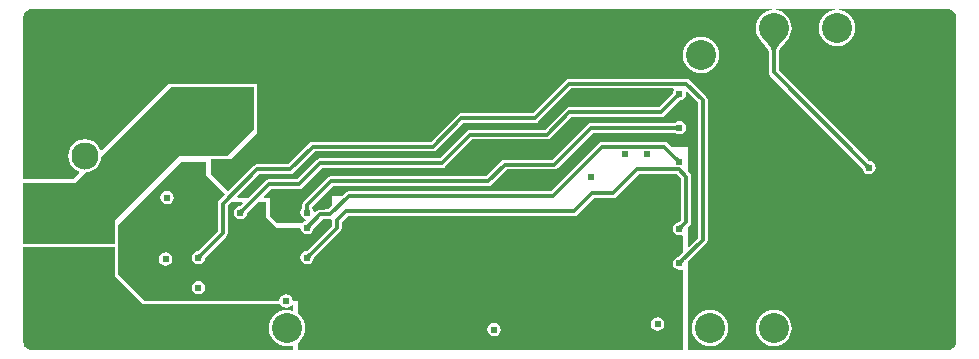
<source format=gbl>
G04*
G04 #@! TF.GenerationSoftware,Altium Limited,Altium Designer,20.0.14 (345)*
G04*
G04 Layer_Physical_Order=4*
G04 Layer_Color=16711680*
%FSAX25Y25*%
%MOIN*%
G70*
G01*
G75*
%ADD44C,0.01200*%
%ADD48C,0.10000*%
%ADD49C,0.09055*%
%ADD50C,0.02400*%
%ADD51C,0.05000*%
G36*
X0310864Y0115847D02*
X0311403Y0115624D01*
X0311887Y0115300D01*
X0312300Y0114887D01*
X0312624Y0114402D01*
X0312847Y0113864D01*
X0312961Y0113292D01*
Y0113000D01*
Y0005000D01*
Y0004708D01*
X0312847Y0004136D01*
X0312624Y0003598D01*
X0312300Y0003112D01*
X0311887Y0002700D01*
X0311403Y0002376D01*
X0310864Y0002153D01*
X0310292Y0002039D01*
X0223500D01*
Y0031592D01*
X0229654Y0037746D01*
X0230007Y0038275D01*
X0230131Y0038899D01*
Y0085500D01*
X0230007Y0086124D01*
X0229654Y0086654D01*
X0224153Y0092154D01*
X0223624Y0092507D01*
X0223000Y0092631D01*
X0184000D01*
X0183376Y0092507D01*
X0182846Y0092154D01*
X0171824Y0081131D01*
X0148000D01*
X0147376Y0081007D01*
X0146846Y0080654D01*
X0137824Y0071631D01*
X0098500D01*
X0097876Y0071507D01*
X0097347Y0071153D01*
X0090324Y0064131D01*
X0080000D01*
X0079376Y0064007D01*
X0078847Y0063653D01*
X0070312Y0055119D01*
X0064500Y0060931D01*
Y0066000D01*
X0071500D01*
X0080000Y0074500D01*
Y0091000D01*
X0050500D01*
X0028190Y0068690D01*
X0027700Y0068788D01*
X0027328Y0069685D01*
X0026442Y0070840D01*
X0025288Y0071726D01*
X0023943Y0072283D01*
X0022500Y0072473D01*
X0021057Y0072283D01*
X0019712Y0071726D01*
X0018558Y0070840D01*
X0017672Y0069685D01*
X0017115Y0068341D01*
X0016925Y0066898D01*
X0017115Y0065455D01*
X0017672Y0064110D01*
X0018558Y0062955D01*
X0019712Y0062069D01*
X0020610Y0061698D01*
X0020707Y0061207D01*
X0018750Y0059250D01*
X0002039D01*
Y0113000D01*
Y0113292D01*
X0002153Y0113864D01*
X0002376Y0114402D01*
X0002700Y0114887D01*
X0003113Y0115300D01*
X0003598Y0115624D01*
X0004136Y0115847D01*
X0004708Y0115961D01*
X0251450D01*
X0251475Y0115461D01*
X0250991Y0115413D01*
X0249859Y0115070D01*
X0248817Y0114513D01*
X0247903Y0113763D01*
X0247154Y0112849D01*
X0246597Y0111807D01*
X0246253Y0110676D01*
X0246138Y0109500D01*
X0246253Y0108324D01*
X0246597Y0107193D01*
X0247154Y0106150D01*
X0247903Y0105237D01*
X0247978Y0105175D01*
X0248476Y0104674D01*
X0249365Y0103683D01*
X0249705Y0103252D01*
X0249989Y0102849D01*
X0250212Y0102486D01*
X0250373Y0102167D01*
X0250477Y0101900D01*
X0250529Y0101689D01*
X0250535Y0101621D01*
Y0094696D01*
X0250659Y0094071D01*
X0251013Y0093542D01*
X0281617Y0062938D01*
X0281623Y0062931D01*
X0281637Y0062912D01*
X0281790Y0062142D01*
X0282276Y0061414D01*
X0283004Y0060928D01*
X0283862Y0060757D01*
X0284721Y0060928D01*
X0285448Y0061414D01*
X0285934Y0062142D01*
X0286105Y0063000D01*
X0285934Y0063858D01*
X0285448Y0064586D01*
X0284721Y0065072D01*
X0283951Y0065225D01*
X0283942Y0065232D01*
X0283913Y0065256D01*
X0253798Y0095371D01*
Y0101621D01*
X0253804Y0101689D01*
X0253856Y0101900D01*
X0253960Y0102167D01*
X0254122Y0102486D01*
X0254344Y0102849D01*
X0254615Y0103234D01*
X0255864Y0104681D01*
X0256355Y0105175D01*
X0256430Y0105237D01*
X0257180Y0106150D01*
X0257737Y0107193D01*
X0258080Y0108324D01*
X0258196Y0109500D01*
X0258080Y0110676D01*
X0257737Y0111807D01*
X0257180Y0112849D01*
X0256430Y0113763D01*
X0255516Y0114513D01*
X0254474Y0115070D01*
X0253343Y0115413D01*
X0252859Y0115461D01*
X0252883Y0115961D01*
X0272617D01*
X0272641Y0115461D01*
X0272157Y0115413D01*
X0271026Y0115070D01*
X0269984Y0114513D01*
X0269070Y0113763D01*
X0268320Y0112849D01*
X0267763Y0111807D01*
X0267420Y0110676D01*
X0267304Y0109500D01*
X0267420Y0108324D01*
X0267763Y0107193D01*
X0268320Y0106150D01*
X0269070Y0105237D01*
X0269984Y0104487D01*
X0271026Y0103930D01*
X0272157Y0103587D01*
X0273333Y0103471D01*
X0274510Y0103587D01*
X0275641Y0103930D01*
X0276683Y0104487D01*
X0277596Y0105237D01*
X0278346Y0106150D01*
X0278903Y0107193D01*
X0279246Y0108324D01*
X0279362Y0109500D01*
X0279246Y0110676D01*
X0278903Y0111807D01*
X0278346Y0112849D01*
X0277596Y0113763D01*
X0276683Y0114513D01*
X0275641Y0115070D01*
X0274510Y0115413D01*
X0274025Y0115461D01*
X0274050Y0115961D01*
X0310292D01*
X0310864Y0115847D01*
D02*
G37*
G36*
X0255116Y0105374D02*
X0253811Y0103862D01*
X0253492Y0103410D01*
X0253231Y0102983D01*
X0253028Y0102583D01*
X0252883Y0102208D01*
X0252796Y0101859D01*
X0252767Y0101536D01*
X0251567D01*
X0251538Y0101859D01*
X0251451Y0102208D01*
X0251306Y0102583D01*
X0251103Y0102983D01*
X0250842Y0103410D01*
X0250523Y0103862D01*
X0250146Y0104340D01*
X0249218Y0105374D01*
X0248667Y0105929D01*
X0255667D01*
X0255116Y0105374D01*
D02*
G37*
G36*
X0220689Y0086400D02*
X0220620Y0086396D01*
X0220549Y0086382D01*
X0220475Y0086359D01*
X0220398Y0086327D01*
X0220319Y0086285D01*
X0220237Y0086233D01*
X0220152Y0086172D01*
X0220064Y0086101D01*
X0219881Y0085932D01*
X0219033Y0086780D01*
X0219122Y0086873D01*
X0219273Y0087051D01*
X0219334Y0087136D01*
X0219386Y0087218D01*
X0219427Y0087297D01*
X0219460Y0087374D01*
X0219483Y0087448D01*
X0219497Y0087519D01*
X0219501Y0087588D01*
X0220689Y0086400D01*
D02*
G37*
G36*
X0219844Y0075460D02*
X0219793Y0075506D01*
X0219732Y0075546D01*
X0219664Y0075582D01*
X0219586Y0075614D01*
X0219501Y0075640D01*
X0219406Y0075662D01*
X0219303Y0075678D01*
X0219191Y0075690D01*
X0218942Y0075700D01*
Y0076900D01*
X0219071Y0076902D01*
X0219303Y0076922D01*
X0219406Y0076938D01*
X0219501Y0076960D01*
X0219586Y0076986D01*
X0219664Y0077018D01*
X0219732Y0077054D01*
X0219793Y0077094D01*
X0219844Y0077140D01*
Y0075460D01*
D02*
G37*
G36*
X0226869Y0084824D02*
Y0039575D01*
X0223962Y0036668D01*
X0223500Y0036860D01*
Y0043092D01*
X0224153Y0043746D01*
X0224507Y0044275D01*
X0224631Y0044899D01*
Y0060000D01*
X0224507Y0060624D01*
X0224153Y0061154D01*
X0223500Y0061807D01*
Y0070000D01*
X0218008D01*
X0216854Y0071153D01*
X0216325Y0071507D01*
X0215701Y0071631D01*
X0195000D01*
X0194376Y0071507D01*
X0193846Y0071153D01*
X0177824Y0055131D01*
X0110500D01*
X0109876Y0055007D01*
X0109346Y0054654D01*
X0108193Y0053500D01*
X0105000D01*
Y0050307D01*
X0103727Y0049034D01*
X0101025D01*
X0101025Y0049034D01*
X0100401Y0048910D01*
X0099872Y0048557D01*
X0099341Y0048026D01*
X0098822Y0048215D01*
X0098694Y0048858D01*
X0098258Y0049511D01*
X0098256Y0049522D01*
X0098253Y0049559D01*
Y0049946D01*
X0105176Y0056869D01*
X0157000D01*
X0157624Y0056993D01*
X0158153Y0057346D01*
X0163176Y0062369D01*
X0179000D01*
X0179624Y0062493D01*
X0180154Y0062846D01*
X0191976Y0074669D01*
X0219157D01*
X0219166Y0074668D01*
X0219190Y0074664D01*
X0219842Y0074228D01*
X0220701Y0074057D01*
X0221559Y0074228D01*
X0222287Y0074714D01*
X0222773Y0075442D01*
X0222944Y0076300D01*
X0222773Y0077158D01*
X0222287Y0077886D01*
X0221559Y0078372D01*
X0220701Y0078543D01*
X0219842Y0078372D01*
X0219190Y0077936D01*
X0219179Y0077934D01*
X0219142Y0077931D01*
X0191300D01*
X0190676Y0077807D01*
X0190147Y0077454D01*
X0178324Y0065631D01*
X0162500D01*
X0161876Y0065507D01*
X0161346Y0065153D01*
X0156324Y0060131D01*
X0104500D01*
X0103876Y0060007D01*
X0103347Y0059654D01*
X0095468Y0051776D01*
X0095115Y0051246D01*
X0094991Y0050622D01*
Y0049544D01*
X0094990Y0049534D01*
X0094986Y0049511D01*
X0094550Y0048858D01*
X0094379Y0048000D01*
X0094550Y0047142D01*
X0095036Y0046414D01*
X0095764Y0045928D01*
X0095961Y0045888D01*
X0096219Y0045327D01*
X0096114Y0045142D01*
X0095764Y0045072D01*
X0095036Y0044586D01*
X0094978Y0044500D01*
X0086500D01*
X0084215Y0046785D01*
Y0053000D01*
X0082338D01*
X0082147Y0053462D01*
X0084554Y0055869D01*
X0094000D01*
X0094624Y0055993D01*
X0095153Y0056346D01*
X0101676Y0062869D01*
X0141500D01*
X0142124Y0062993D01*
X0142654Y0063346D01*
X0151676Y0072369D01*
X0176500D01*
X0177124Y0072493D01*
X0177654Y0072847D01*
X0184676Y0079869D01*
X0214601D01*
X0215225Y0079993D01*
X0215754Y0080347D01*
X0220762Y0085355D01*
X0220770Y0085361D01*
X0220789Y0085374D01*
X0221559Y0085528D01*
X0222287Y0086014D01*
X0222773Y0086742D01*
X0222944Y0087600D01*
X0222834Y0088152D01*
X0223295Y0088398D01*
X0226869Y0084824D01*
D02*
G37*
G36*
X0219974Y0066579D02*
X0220152Y0066428D01*
X0220237Y0066367D01*
X0220319Y0066315D01*
X0220398Y0066273D01*
X0220475Y0066241D01*
X0220549Y0066218D01*
X0220620Y0066204D01*
X0220689Y0066200D01*
X0219501Y0065012D01*
X0219497Y0065081D01*
X0219483Y0065152D01*
X0219460Y0065226D01*
X0219427Y0065302D01*
X0219386Y0065382D01*
X0219334Y0065464D01*
X0219273Y0065549D01*
X0219202Y0065636D01*
X0219033Y0065820D01*
X0219881Y0066668D01*
X0219974Y0066579D01*
D02*
G37*
G36*
X0283136Y0064579D02*
X0283313Y0064428D01*
X0283398Y0064367D01*
X0283480Y0064315D01*
X0283560Y0064273D01*
X0283636Y0064241D01*
X0283710Y0064218D01*
X0283782Y0064204D01*
X0283850Y0064200D01*
X0282662Y0063012D01*
X0282658Y0063081D01*
X0282645Y0063152D01*
X0282622Y0063226D01*
X0282589Y0063302D01*
X0282547Y0063382D01*
X0282495Y0063464D01*
X0282434Y0063549D01*
X0282364Y0063636D01*
X0282194Y0063820D01*
X0283043Y0064668D01*
X0283136Y0064579D01*
D02*
G37*
G36*
X0218903Y0088869D02*
X0218628Y0088458D01*
X0218475Y0087688D01*
X0218469Y0087679D01*
X0218445Y0087651D01*
X0213925Y0083131D01*
X0184000D01*
X0183376Y0083007D01*
X0182846Y0082653D01*
X0175824Y0075631D01*
X0151000D01*
X0150376Y0075507D01*
X0149846Y0075153D01*
X0140824Y0066131D01*
X0101000D01*
X0100376Y0066007D01*
X0099847Y0065654D01*
X0093324Y0059131D01*
X0083878D01*
X0083254Y0059007D01*
X0082724Y0058653D01*
X0077071Y0053000D01*
X0073460D01*
X0073269Y0053462D01*
X0080676Y0060869D01*
X0091000D01*
X0091624Y0060993D01*
X0092154Y0061347D01*
X0099176Y0068369D01*
X0138500D01*
X0139124Y0068493D01*
X0139654Y0068846D01*
X0148676Y0077869D01*
X0172500D01*
X0173124Y0077993D01*
X0173653Y0078347D01*
X0184676Y0089369D01*
X0218635D01*
X0218903Y0088869D01*
D02*
G37*
G36*
X0097224Y0049630D02*
X0097244Y0049398D01*
X0097260Y0049295D01*
X0097282Y0049200D01*
X0097308Y0049114D01*
X0097340Y0049037D01*
X0097376Y0048968D01*
X0097416Y0048908D01*
X0097462Y0048857D01*
X0095782D01*
X0095828Y0048908D01*
X0095868Y0048968D01*
X0095904Y0049037D01*
X0095936Y0049114D01*
X0095962Y0049200D01*
X0095984Y0049295D01*
X0096000Y0049398D01*
X0096013Y0049510D01*
X0096022Y0049759D01*
X0097222D01*
X0097224Y0049630D01*
D02*
G37*
G36*
X0076046Y0048820D02*
X0075957Y0048727D01*
X0075806Y0048549D01*
X0075745Y0048464D01*
X0075693Y0048382D01*
X0075651Y0048303D01*
X0075619Y0048226D01*
X0075596Y0048152D01*
X0075582Y0048081D01*
X0075578Y0048012D01*
X0074390Y0049200D01*
X0074458Y0049204D01*
X0074530Y0049218D01*
X0074604Y0049241D01*
X0074681Y0049273D01*
X0074760Y0049315D01*
X0074842Y0049367D01*
X0074927Y0049428D01*
X0075014Y0049499D01*
X0075198Y0049668D01*
X0076046Y0048820D01*
D02*
G37*
G36*
X0098290Y0043820D02*
X0098201Y0043727D01*
X0098050Y0043549D01*
X0097989Y0043464D01*
X0097937Y0043382D01*
X0097895Y0043303D01*
X0097863Y0043226D01*
X0097840Y0043152D01*
X0097826Y0043081D01*
X0097822Y0043012D01*
X0096634Y0044200D01*
X0096703Y0044204D01*
X0096774Y0044218D01*
X0096848Y0044241D01*
X0096925Y0044273D01*
X0097004Y0044315D01*
X0097086Y0044367D01*
X0097171Y0044428D01*
X0097259Y0044499D01*
X0097442Y0044668D01*
X0098290Y0043820D01*
D02*
G37*
G36*
X0222369Y0043420D02*
X0222279Y0043327D01*
X0222129Y0043149D01*
X0222068Y0043064D01*
X0222016Y0042982D01*
X0221974Y0042902D01*
X0221941Y0042826D01*
X0221918Y0042752D01*
X0221905Y0042681D01*
X0221901Y0042612D01*
X0220713Y0043800D01*
X0220781Y0043804D01*
X0220853Y0043818D01*
X0220927Y0043841D01*
X0221003Y0043873D01*
X0221083Y0043915D01*
X0221165Y0043967D01*
X0221250Y0044028D01*
X0221337Y0044099D01*
X0221520Y0044268D01*
X0222369Y0043420D01*
D02*
G37*
G36*
X0078980Y0075980D02*
X0070020Y0067020D01*
X0064500D01*
X0064402Y0067000D01*
X0054000D01*
X0032500Y0045500D01*
Y0037520D01*
X0002039Y0037520D01*
Y0058000D01*
X0019500Y0058000D01*
X0022871Y0061371D01*
X0023943Y0061512D01*
X0025288Y0062069D01*
X0026442Y0062955D01*
X0027328Y0064110D01*
X0027885Y0065455D01*
X0028026Y0066526D01*
X0051480Y0089980D01*
X0078980D01*
Y0075980D01*
D02*
G37*
G36*
X0098290Y0033820D02*
X0098201Y0033727D01*
X0098050Y0033549D01*
X0097989Y0033464D01*
X0097937Y0033382D01*
X0097895Y0033303D01*
X0097863Y0033226D01*
X0097840Y0033152D01*
X0097826Y0033081D01*
X0097822Y0033012D01*
X0096634Y0034200D01*
X0096703Y0034204D01*
X0096774Y0034218D01*
X0096848Y0034241D01*
X0096925Y0034273D01*
X0097004Y0034315D01*
X0097086Y0034367D01*
X0097171Y0034428D01*
X0097259Y0034499D01*
X0097442Y0034668D01*
X0098290Y0033820D01*
D02*
G37*
G36*
X0062046D02*
X0061957Y0033727D01*
X0061806Y0033549D01*
X0061745Y0033464D01*
X0061693Y0033382D01*
X0061651Y0033303D01*
X0061619Y0033226D01*
X0061596Y0033152D01*
X0061582Y0033081D01*
X0061578Y0033012D01*
X0060390Y0034200D01*
X0060458Y0034204D01*
X0060530Y0034218D01*
X0060604Y0034241D01*
X0060681Y0034273D01*
X0060760Y0034315D01*
X0060842Y0034367D01*
X0060927Y0034428D01*
X0061014Y0034499D01*
X0061198Y0034668D01*
X0062046Y0033820D01*
D02*
G37*
G36*
X0222369Y0031920D02*
X0222279Y0031827D01*
X0222129Y0031649D01*
X0222068Y0031564D01*
X0222016Y0031482D01*
X0221974Y0031403D01*
X0221941Y0031326D01*
X0221918Y0031252D01*
X0221905Y0031181D01*
X0221901Y0031112D01*
X0220713Y0032300D01*
X0220781Y0032304D01*
X0220853Y0032318D01*
X0220927Y0032341D01*
X0221003Y0032373D01*
X0221083Y0032415D01*
X0221165Y0032467D01*
X0221250Y0032528D01*
X0221337Y0032599D01*
X0221520Y0032768D01*
X0222369Y0031920D01*
D02*
G37*
G36*
X0032500Y0027000D02*
X0042000Y0017500D01*
X0066500Y0017500D01*
X0087644Y0017500D01*
X0088036Y0016914D01*
X0088764Y0016428D01*
X0089622Y0016257D01*
X0090480Y0016428D01*
X0091208Y0016914D01*
X0091500Y0017350D01*
X0092000Y0017199D01*
X0092000Y0015583D01*
X0091598Y0015285D01*
X0091176Y0015413D01*
X0090000Y0015529D01*
X0088824Y0015413D01*
X0087693Y0015070D01*
X0086651Y0014513D01*
X0085737Y0013763D01*
X0084987Y0012849D01*
X0084430Y0011807D01*
X0084087Y0010676D01*
X0083971Y0009500D01*
X0084087Y0008324D01*
X0084430Y0007193D01*
X0084987Y0006151D01*
X0085737Y0005237D01*
X0086651Y0004487D01*
X0087693Y0003930D01*
X0088824Y0003587D01*
X0090000Y0003471D01*
X0091176Y0003587D01*
X0091598Y0003715D01*
X0092000Y0003417D01*
X0092000Y0002393D01*
X0091646Y0002039D01*
X0004708D01*
X0004136Y0002153D01*
X0003598Y0002376D01*
X0003112Y0002700D01*
X0002700Y0003113D01*
X0002376Y0003598D01*
X0002153Y0004136D01*
X0002039Y0004708D01*
Y0005000D01*
Y0036500D01*
X0032500Y0036500D01*
Y0027000D01*
D02*
G37*
G36*
X0063000Y0060500D02*
X0069346Y0054154D01*
X0067347Y0052153D01*
X0066993Y0051624D01*
X0066869Y0051000D01*
Y0041798D01*
X0060316Y0035245D01*
X0060309Y0035239D01*
X0060290Y0035225D01*
X0059520Y0035072D01*
X0058792Y0034586D01*
X0058306Y0033858D01*
X0058135Y0033000D01*
X0058306Y0032142D01*
X0058792Y0031414D01*
X0059520Y0030928D01*
X0060378Y0030757D01*
X0061236Y0030928D01*
X0061964Y0031414D01*
X0062450Y0032142D01*
X0062603Y0032912D01*
X0062610Y0032921D01*
X0062634Y0032949D01*
X0069653Y0039968D01*
X0070007Y0040498D01*
X0070131Y0041122D01*
Y0050324D01*
X0071653Y0051846D01*
X0072000Y0051500D01*
X0074918D01*
X0075109Y0051038D01*
X0074316Y0050245D01*
X0074309Y0050239D01*
X0074290Y0050226D01*
X0073520Y0050072D01*
X0072792Y0049586D01*
X0072306Y0048858D01*
X0072135Y0048000D01*
X0072306Y0047142D01*
X0072792Y0046414D01*
X0073520Y0045928D01*
X0074378Y0045757D01*
X0075236Y0045928D01*
X0075964Y0046414D01*
X0076450Y0047142D01*
X0076604Y0047912D01*
X0076610Y0047921D01*
X0076634Y0047949D01*
X0080185Y0051500D01*
X0083000D01*
Y0046500D01*
X0086500Y0043000D01*
X0094379Y0043000D01*
X0094550Y0042142D01*
X0095036Y0041414D01*
X0095764Y0040928D01*
X0096622Y0040757D01*
X0097480Y0040928D01*
X0098208Y0041414D01*
X0098694Y0042142D01*
X0098848Y0042912D01*
X0098854Y0042921D01*
X0098878Y0042949D01*
X0098929Y0043000D01*
X0099000D01*
X0101772Y0045772D01*
X0104403D01*
X0104474Y0045786D01*
X0104869Y0045355D01*
Y0043554D01*
X0096560Y0035245D01*
X0096553Y0035239D01*
X0096534Y0035225D01*
X0095764Y0035072D01*
X0095036Y0034586D01*
X0094550Y0033858D01*
X0094379Y0033000D01*
X0094550Y0032142D01*
X0095036Y0031414D01*
X0095764Y0030928D01*
X0096622Y0030757D01*
X0097480Y0030928D01*
X0098208Y0031414D01*
X0098694Y0032142D01*
X0098848Y0032912D01*
X0098854Y0032921D01*
X0098878Y0032949D01*
X0107653Y0041724D01*
X0108007Y0042254D01*
X0108131Y0042878D01*
Y0044856D01*
X0110144Y0046869D01*
X0185500D01*
X0186124Y0046993D01*
X0186653Y0047346D01*
X0192176Y0052869D01*
X0198500D01*
X0199124Y0052993D01*
X0199653Y0053347D01*
X0207176Y0060869D01*
X0219824D01*
X0221369Y0059324D01*
Y0045575D01*
X0220639Y0044845D01*
X0220632Y0044839D01*
X0220612Y0044826D01*
X0219842Y0044672D01*
X0219115Y0044186D01*
X0218628Y0043458D01*
X0218458Y0042600D01*
X0218628Y0041742D01*
X0219115Y0041014D01*
X0219842Y0040528D01*
X0220701Y0040357D01*
X0221500Y0040516D01*
X0221671Y0040468D01*
X0222000Y0040292D01*
Y0034706D01*
X0220639Y0033345D01*
X0220632Y0033339D01*
X0220612Y0033325D01*
X0219842Y0033172D01*
X0219115Y0032686D01*
X0218628Y0031958D01*
X0218458Y0031100D01*
X0218628Y0030242D01*
X0219115Y0029514D01*
X0219842Y0029028D01*
X0220701Y0028857D01*
X0221500Y0029016D01*
X0221671Y0028968D01*
X0222000Y0028792D01*
Y0002039D01*
X0093500D01*
Y0004611D01*
X0094263Y0005237D01*
X0095013Y0006151D01*
X0095570Y0007193D01*
X0095913Y0008324D01*
X0096029Y0009500D01*
X0095913Y0010676D01*
X0095570Y0011807D01*
X0095013Y0012849D01*
X0094263Y0013763D01*
X0093500Y0014390D01*
Y0018500D01*
X0091865D01*
X0091694Y0019358D01*
X0091208Y0020086D01*
X0090480Y0020572D01*
X0089622Y0020743D01*
X0088764Y0020572D01*
X0088036Y0020086D01*
X0087550Y0019358D01*
X0087383Y0018520D01*
X0066500Y0018520D01*
X0042480Y0018520D01*
X0033520Y0027480D01*
Y0036500D01*
X0033500Y0036599D01*
Y0037421D01*
X0033520Y0037520D01*
Y0044020D01*
X0054500Y0065000D01*
X0063000D01*
Y0060500D01*
D02*
G37*
%LPC*%
G36*
X0228000Y0106529D02*
X0226824Y0106413D01*
X0225693Y0106070D01*
X0224651Y0105513D01*
X0223737Y0104763D01*
X0222987Y0103849D01*
X0222430Y0102807D01*
X0222087Y0101676D01*
X0221971Y0100500D01*
X0222087Y0099324D01*
X0222430Y0098193D01*
X0222987Y0097150D01*
X0223737Y0096237D01*
X0224651Y0095487D01*
X0225693Y0094930D01*
X0226824Y0094587D01*
X0228000Y0094471D01*
X0229176Y0094587D01*
X0230307Y0094930D01*
X0231349Y0095487D01*
X0232263Y0096237D01*
X0233013Y0097150D01*
X0233570Y0098193D01*
X0233913Y0099324D01*
X0234029Y0100500D01*
X0233913Y0101676D01*
X0233570Y0102807D01*
X0233013Y0103849D01*
X0232263Y0104763D01*
X0231349Y0105513D01*
X0230307Y0106070D01*
X0229176Y0106413D01*
X0228000Y0106529D01*
D02*
G37*
G36*
X0252167Y0015529D02*
X0250991Y0015413D01*
X0249859Y0015070D01*
X0248817Y0014513D01*
X0247903Y0013763D01*
X0247154Y0012849D01*
X0246597Y0011807D01*
X0246253Y0010676D01*
X0246138Y0009500D01*
X0246253Y0008324D01*
X0246597Y0007193D01*
X0247154Y0006151D01*
X0247903Y0005237D01*
X0248817Y0004487D01*
X0249859Y0003930D01*
X0250991Y0003587D01*
X0252167Y0003471D01*
X0253343Y0003587D01*
X0254474Y0003930D01*
X0255516Y0004487D01*
X0256430Y0005237D01*
X0257180Y0006151D01*
X0257737Y0007193D01*
X0258080Y0008324D01*
X0258196Y0009500D01*
X0258080Y0010676D01*
X0257737Y0011807D01*
X0257180Y0012849D01*
X0256430Y0013763D01*
X0255516Y0014513D01*
X0254474Y0015070D01*
X0253343Y0015413D01*
X0252167Y0015529D01*
D02*
G37*
G36*
X0231000D02*
X0229824Y0015413D01*
X0228693Y0015070D01*
X0227650Y0014513D01*
X0226737Y0013763D01*
X0225987Y0012849D01*
X0225430Y0011807D01*
X0225087Y0010676D01*
X0224971Y0009500D01*
X0225087Y0008324D01*
X0225430Y0007193D01*
X0225987Y0006151D01*
X0226737Y0005237D01*
X0227650Y0004487D01*
X0228693Y0003930D01*
X0229824Y0003587D01*
X0231000Y0003471D01*
X0232176Y0003587D01*
X0233307Y0003930D01*
X0234349Y0004487D01*
X0235263Y0005237D01*
X0236013Y0006151D01*
X0236570Y0007193D01*
X0236913Y0008324D01*
X0237029Y0009500D01*
X0236913Y0010676D01*
X0236570Y0011807D01*
X0236013Y0012849D01*
X0235263Y0013763D01*
X0234349Y0014513D01*
X0233307Y0015070D01*
X0232176Y0015413D01*
X0231000Y0015529D01*
D02*
G37*
G36*
X0050000Y0055243D02*
X0049142Y0055072D01*
X0048414Y0054586D01*
X0047928Y0053858D01*
X0047757Y0053000D01*
X0047928Y0052142D01*
X0048414Y0051414D01*
X0049142Y0050928D01*
X0050000Y0050757D01*
X0050858Y0050928D01*
X0051586Y0051414D01*
X0052072Y0052142D01*
X0052243Y0053000D01*
X0052072Y0053858D01*
X0051586Y0054586D01*
X0050858Y0055072D01*
X0050000Y0055243D01*
D02*
G37*
G36*
X0049500Y0034743D02*
X0048642Y0034572D01*
X0047914Y0034086D01*
X0047428Y0033358D01*
X0047257Y0032500D01*
X0047428Y0031642D01*
X0047914Y0030914D01*
X0048642Y0030428D01*
X0049500Y0030257D01*
X0050358Y0030428D01*
X0051086Y0030914D01*
X0051572Y0031642D01*
X0051743Y0032500D01*
X0051572Y0033358D01*
X0051086Y0034086D01*
X0050358Y0034572D01*
X0049500Y0034743D01*
D02*
G37*
G36*
X0060378Y0025243D02*
X0059520Y0025072D01*
X0058792Y0024586D01*
X0058306Y0023858D01*
X0058135Y0023000D01*
X0058306Y0022142D01*
X0058792Y0021414D01*
X0059520Y0020928D01*
X0060378Y0020757D01*
X0061236Y0020928D01*
X0061964Y0021414D01*
X0062450Y0022142D01*
X0062621Y0023000D01*
X0062450Y0023858D01*
X0061964Y0024586D01*
X0061236Y0025072D01*
X0060378Y0025243D01*
D02*
G37*
G36*
X0213500Y0013093D02*
X0212642Y0012923D01*
X0211914Y0012437D01*
X0211428Y0011709D01*
X0211257Y0010850D01*
X0211428Y0009992D01*
X0211914Y0009264D01*
X0212642Y0008778D01*
X0213500Y0008607D01*
X0214358Y0008778D01*
X0215086Y0009264D01*
X0215572Y0009992D01*
X0215743Y0010850D01*
X0215572Y0011709D01*
X0215086Y0012437D01*
X0214358Y0012923D01*
X0213500Y0013093D01*
D02*
G37*
G36*
X0159000Y0011243D02*
X0158142Y0011072D01*
X0157414Y0010586D01*
X0156928Y0009858D01*
X0156757Y0009000D01*
X0156928Y0008142D01*
X0157414Y0007414D01*
X0158142Y0006928D01*
X0159000Y0006757D01*
X0159858Y0006928D01*
X0160586Y0007414D01*
X0161072Y0008142D01*
X0161243Y0009000D01*
X0161072Y0009858D01*
X0160586Y0010586D01*
X0159858Y0011072D01*
X0159000Y0011243D01*
D02*
G37*
%LPD*%
D44*
X0223000Y0091000D02*
X0228500Y0085500D01*
X0220701Y0031100D02*
X0228500Y0038899D01*
Y0085500D01*
X0223000Y0044899D02*
Y0060000D01*
X0220500Y0062500D02*
X0223000Y0060000D01*
X0220701Y0042600D02*
X0223000Y0044899D01*
X0110500Y0053500D02*
X0178500D01*
X0195000Y0070000D02*
X0215701D01*
X0178500Y0053500D02*
X0195000Y0070000D01*
X0104403Y0047403D02*
X0110500Y0053500D01*
X0096622Y0048000D02*
Y0050622D01*
X0104500Y0058500D02*
X0157000D01*
X0096622Y0050622D02*
X0104500Y0058500D01*
X0101000Y0064500D02*
X0141500D01*
X0083878Y0057500D02*
X0094000D01*
X0101000Y0064500D01*
X0091000Y0062500D02*
X0098500Y0070000D01*
X0080000Y0062500D02*
X0091000D01*
X0098500Y0070000D02*
X0138500D01*
X0101025Y0047403D02*
X0104403D01*
X0157000Y0058500D02*
X0162500Y0064000D01*
X0179000D02*
X0191300Y0076300D01*
X0162500Y0064000D02*
X0179000D01*
X0191300Y0076300D02*
X0220701D01*
X0215701Y0070000D02*
X0220701Y0065000D01*
X0106500Y0045531D02*
X0109469Y0048500D01*
X0185500D02*
X0191500Y0054500D01*
X0109469Y0048500D02*
X0185500D01*
X0096622Y0043000D02*
X0101025Y0047403D01*
X0106500Y0042878D02*
Y0045531D01*
X0206500Y0062500D02*
X0220500D01*
X0198500Y0054500D02*
X0206500Y0062500D01*
X0191500Y0054500D02*
X0198500D01*
X0096622Y0033000D02*
X0106500Y0042878D01*
X0148000Y0079500D02*
X0172500D01*
X0138500Y0070000D02*
X0148000Y0079500D01*
X0151000Y0074000D02*
X0176500D01*
X0141500Y0064500D02*
X0151000Y0074000D01*
X0068500Y0051000D02*
X0080000Y0062500D01*
X0068500Y0041122D02*
Y0051000D01*
X0172500Y0079500D02*
X0184000Y0091000D01*
X0176500Y0074000D02*
X0184000Y0081500D01*
Y0091000D02*
X0223000D01*
X0060378Y0033000D02*
X0068500Y0041122D01*
X0184000Y0081500D02*
X0214601D01*
X0074378Y0048000D02*
X0083878Y0057500D01*
X0252167Y0094696D02*
Y0109500D01*
Y0094696D02*
X0283862Y0063000D01*
X0074378Y0048000D02*
Y0048000D01*
X0214601Y0081500D02*
X0220701Y0087600D01*
D48*
X0294500Y0109500D02*
D03*
X0273333Y0009500D02*
D03*
X0252167D02*
D03*
X0231000D02*
D03*
X0090000D02*
D03*
X0059500Y0075000D02*
D03*
X0073000Y0009500D02*
D03*
X0252167Y0109500D02*
D03*
X0273333D02*
D03*
X0228000Y0100500D02*
D03*
X0126500Y0009500D02*
D03*
D49*
X0022500Y0086583D02*
D03*
Y0066898D02*
D03*
Y0027528D02*
D03*
Y0047213D02*
D03*
D50*
X0089622Y0067243D02*
D03*
X0311250Y0105000D02*
D03*
X0307500Y0097500D02*
D03*
X0311250Y0090000D02*
D03*
X0307500Y0082500D02*
D03*
X0311250Y0075000D02*
D03*
X0307500Y0067500D02*
D03*
X0311250Y0060000D02*
D03*
X0307500Y0052500D02*
D03*
X0311250Y0045000D02*
D03*
X0307500Y0037500D02*
D03*
X0311250Y0030000D02*
D03*
Y0015000D02*
D03*
X0307500Y0007500D02*
D03*
X0303750Y0105000D02*
D03*
Y0090000D02*
D03*
Y0075000D02*
D03*
X0300000Y0067500D02*
D03*
X0303750Y0060000D02*
D03*
X0300000Y0052500D02*
D03*
X0303750Y0045000D02*
D03*
Y0030000D02*
D03*
Y0015000D02*
D03*
X0300000Y0007500D02*
D03*
X0296250Y0075000D02*
D03*
X0292500Y0067500D02*
D03*
X0296250Y0060000D02*
D03*
X0292500Y0052500D02*
D03*
X0296250Y0045000D02*
D03*
X0292500Y0022500D02*
D03*
X0296250Y0015000D02*
D03*
X0292500Y0007500D02*
D03*
X0288750Y0105000D02*
D03*
X0285000Y0097500D02*
D03*
X0288750Y0075000D02*
D03*
X0285000Y0067500D02*
D03*
X0288750Y0060000D02*
D03*
X0285000Y0052500D02*
D03*
X0288750Y0045000D02*
D03*
X0285000Y0022500D02*
D03*
X0288750Y0015000D02*
D03*
X0285000Y0007500D02*
D03*
X0281250Y0105000D02*
D03*
Y0030000D02*
D03*
Y0015000D02*
D03*
X0273750Y0030000D02*
D03*
X0266250Y0105000D02*
D03*
X0262500Y0097500D02*
D03*
X0266250Y0075000D02*
D03*
Y0030000D02*
D03*
Y0015000D02*
D03*
X0262500Y0007500D02*
D03*
X0258750Y0105000D02*
D03*
X0255000Y0067500D02*
D03*
X0258750Y0030000D02*
D03*
X0247500Y0097500D02*
D03*
Y0067500D02*
D03*
Y0052500D02*
D03*
X0251250Y0030000D02*
D03*
X0243750Y0105000D02*
D03*
X0240000Y0022500D02*
D03*
X0243750Y0015000D02*
D03*
X0240000Y0007500D02*
D03*
X0236250Y0105000D02*
D03*
X0232500Y0037500D02*
D03*
X0225000Y0022500D02*
D03*
X0217500Y0052500D02*
D03*
Y0037500D02*
D03*
Y0007500D02*
D03*
X0210000Y0067500D02*
D03*
Y0052500D02*
D03*
X0213750Y0045000D02*
D03*
X0210000Y0037500D02*
D03*
X0213750Y0030000D02*
D03*
X0210000Y0007500D02*
D03*
X0202500Y0067500D02*
D03*
Y0052500D02*
D03*
Y0022500D02*
D03*
X0206250Y0015000D02*
D03*
X0202500Y0007500D02*
D03*
X0198750Y0045000D02*
D03*
X0195000Y0022500D02*
D03*
X0198750Y0015000D02*
D03*
X0191250Y0060000D02*
D03*
Y0045000D02*
D03*
X0187500Y0022500D02*
D03*
X0180000Y0037500D02*
D03*
X0183750Y0030000D02*
D03*
X0180000Y0022500D02*
D03*
X0183750Y0015000D02*
D03*
X0176250Y0045000D02*
D03*
X0172500Y0037500D02*
D03*
X0176250Y0030000D02*
D03*
X0172500Y0022500D02*
D03*
X0176250Y0015000D02*
D03*
X0168750Y0045000D02*
D03*
X0165000Y0037500D02*
D03*
X0168750Y0030000D02*
D03*
X0165000Y0022500D02*
D03*
X0161250Y0045000D02*
D03*
X0157500Y0037500D02*
D03*
X0161250Y0030000D02*
D03*
X0157500Y0022500D02*
D03*
X0161250Y0015000D02*
D03*
X0153750Y0045000D02*
D03*
X0150000Y0037500D02*
D03*
X0153750Y0030000D02*
D03*
X0150000Y0022500D02*
D03*
X0153750Y0015000D02*
D03*
X0150000Y0007500D02*
D03*
X0146250Y0045000D02*
D03*
X0142500Y0037500D02*
D03*
X0146250Y0030000D02*
D03*
X0142500Y0022500D02*
D03*
X0146250Y0015000D02*
D03*
X0142500Y0007500D02*
D03*
X0138750Y0045000D02*
D03*
X0135000Y0037500D02*
D03*
X0138750Y0030000D02*
D03*
X0135000Y0022500D02*
D03*
X0138750Y0015000D02*
D03*
X0131250Y0045000D02*
D03*
X0127500Y0037500D02*
D03*
X0131250Y0030000D02*
D03*
X0127500Y0022500D02*
D03*
X0131250Y0015000D02*
D03*
X0123750Y0045000D02*
D03*
X0120000Y0037500D02*
D03*
X0123750Y0030000D02*
D03*
X0120000Y0022500D02*
D03*
Y0007500D02*
D03*
X0116250Y0045000D02*
D03*
X0112500Y0037500D02*
D03*
X0116250Y0030000D02*
D03*
X0112500Y0022500D02*
D03*
X0116250Y0015000D02*
D03*
X0112500Y0007500D02*
D03*
X0108750Y0030000D02*
D03*
X0105000Y0022500D02*
D03*
X0108750Y0015000D02*
D03*
X0097500Y0022500D02*
D03*
X0101250Y0015000D02*
D03*
X0082500Y0037500D02*
D03*
X0078750Y0045000D02*
D03*
X0075000Y0037500D02*
D03*
X0060000Y0052500D02*
D03*
Y0037500D02*
D03*
X0048750Y0045000D02*
D03*
X0045000Y0037500D02*
D03*
Y0022500D02*
D03*
X0037500Y0037500D02*
D03*
X0204201Y0101300D02*
D03*
X0213500Y0010850D02*
D03*
X0101500Y0050000D02*
D03*
X0050000Y0053000D02*
D03*
X0049500Y0032500D02*
D03*
X0220701Y0065000D02*
D03*
X0204299Y0087800D02*
D03*
X0234000Y0058692D02*
D03*
X0159000Y0009000D02*
D03*
X0065000Y0113312D02*
D03*
X0299000Y0025000D02*
D03*
X0289000D02*
D03*
X0293996Y0025118D02*
D03*
X0289000Y0037000D02*
D03*
X0299000D02*
D03*
X0293996Y0037118D02*
D03*
X0299000Y0093500D02*
D03*
X0293996Y0093492D02*
D03*
X0289000Y0093500D02*
D03*
Y0081000D02*
D03*
X0299000D02*
D03*
X0293996Y0080992D02*
D03*
X0283862Y0063000D02*
D03*
X0074378Y0048000D02*
D03*
X0220701Y0076300D02*
D03*
X0096622Y0043000D02*
D03*
Y0048000D02*
D03*
X0067378Y0063500D02*
D03*
X0220701Y0031100D02*
D03*
Y0042600D02*
D03*
Y0087600D02*
D03*
X0060378Y0033000D02*
D03*
X0096622D02*
D03*
X0267000Y0055000D02*
D03*
X0254000Y0055201D02*
D03*
X0073000Y0107250D02*
D03*
Y0104000D02*
D03*
Y0110500D02*
D03*
X0111500Y0093500D02*
D03*
X0104500Y0100500D02*
D03*
X0118500D02*
D03*
Y0110000D02*
D03*
X0104500D02*
D03*
Y0105126D02*
D03*
X0118500D02*
D03*
X0089622Y0018500D02*
D03*
X0060378Y0023000D02*
D03*
D51*
X0293996Y0030118D02*
D03*
Y0087992D02*
D03*
M02*

</source>
